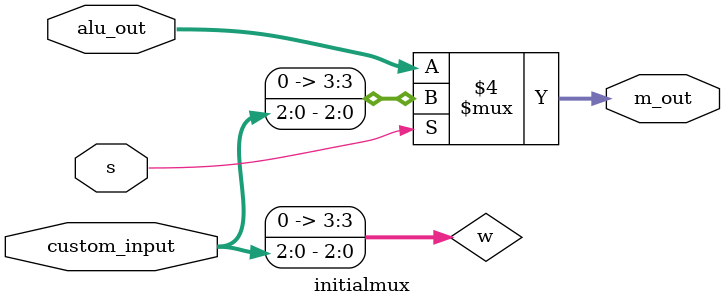
<source format=v>
module initialmux(alu_out,custom_input,s,m_out);
	input [3:0] alu_out;
	input [2:0] custom_input;
	input s;
	output reg [3:0] m_out;
	wire [3:0] w;
	
assign w[2:0] = custom_input;
assign w[3] = 0; 
	
always @(*)
begin
	if(s==0)
		m_out = alu_out;
	else 
		m_out = w;
end	
	
endmodule
</source>
